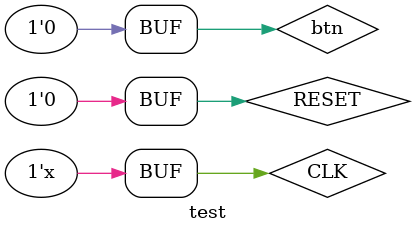
<source format=v>
`timescale 1ns / 1ps


module test;
reg CLK;
reg RESET;
wire [7:0] LED;
reg btn;
AHBLITE_SYS Inst_AHBLITE(
       .CLK(CLK),
       .RESET(RESET), 
       .LED(LED),
       .btn(btn)
    );
initial  
begin
  CLK=0;
  RESET=1;
  btn=0;
  #100;
  RESET=0;
end
always 
begin
 CLK=~CLK;
 #5;
end 
endmodule

</source>
